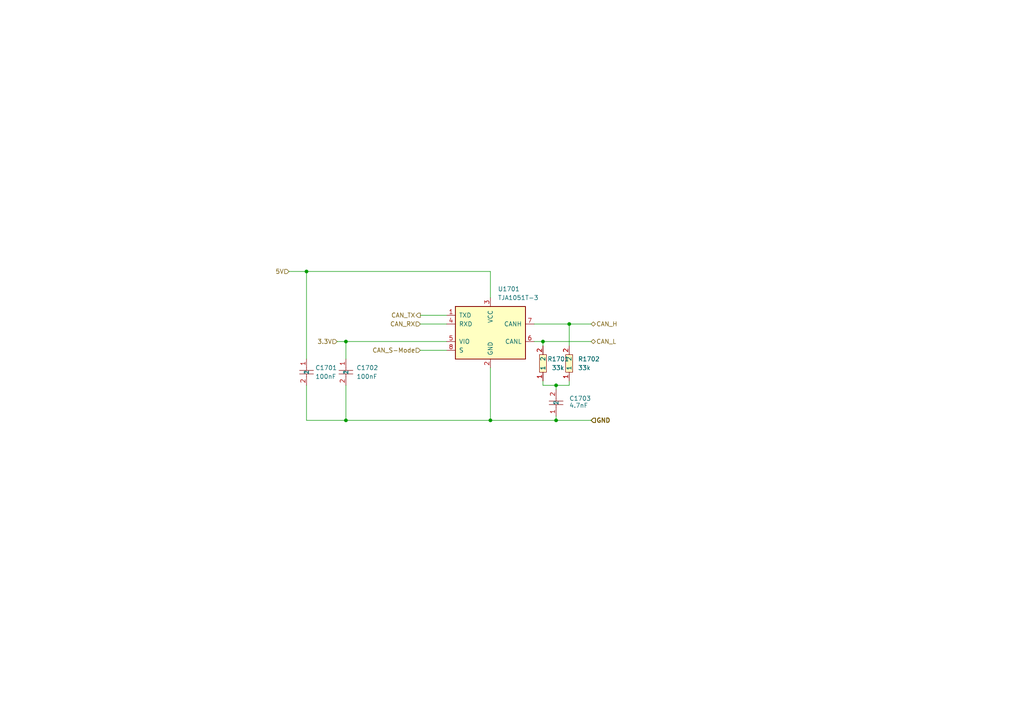
<source format=kicad_sch>
(kicad_sch (version 20250114) (generator "eeschema") (generator_version "9.0")
  (paper "A4")
  (title_block (title "E-Kart Option 1") (date "2025-04-01") (rev "1") (company "Leomax") (comment 1 "zentrale Steuer- und Kommunkationsplatine") (comment 2 "Bachelorarbiet") (comment 3 "Sebastian Hampl"))
  (lib_symbols
    (symbol "Interface_CAN_LIN:TJA1051T-3" (pin_names (offset 1.016))
      (property "Reference" "U" (at -10.16 8.89 0))
      (property "Value" "TJA1051T-3" (at 1.27 8.89 0))
      (symbol "TJA1051T-3_0_1"
        (rectangle (start -10.16 7.62) (end 10.16 -7.62) (stroke (width 0.254)) (fill (type background)))
      )
      (symbol "TJA1051T-3_1_1"
        (pin input line (at -12.7 5.08 0) (length 2.54) (name "TXD") (number "1"))
        (pin output line (at -12.7 2.54 0) (length 2.54) (name "RXD") (number "4"))
        (pin power_in line (at -12.7 -2.54 0) (length 2.54) (name "VIO") (number "5"))
        (pin input line (at -12.7 -5.08 0) (length 2.54) (name "S") (number "8"))
        (pin power_in line (at 0 10.16 270) (length 2.54) (name "VCC") (number "3"))
        (pin power_in line (at 0 -10.16 90) (length 2.54) (name "GND") (number "2"))
        (pin bidirectional line (at 12.7 2.54 180) (length 2.54) (name "CANH") (number "7"))
        (pin bidirectional line (at 12.7 -2.54 180) (length 2.54) (name "CANL") (number "6"))
      )
    )
    (symbol "easyeda2kicad:0603WAF3302T5E"
      (property "Reference" "R" (at 0 5.08 0))
      (property "Value" "0603WAF3302T5E" (at 0 -5.08 0))
      (symbol "0603WAF3302T5E_0_1"
        (rectangle (start -2.54 1.02) (end 2.54 -1.02) (fill (type background)))
        (pin input line (at -5.08 0 0) (length 2.54) (name "1") (number "1"))
        (pin input line (at 5.08 0 180) (length 2.54) (name "2") (number "2"))
      )
    )
    (symbol "easyeda2kicad:0805B472K500NT"
      (property "Reference" "C" (at 0 5.08 0))
      (property "Value" "0805B472K500NT" (at 0 -5.08 0))
      (symbol "0805B472K500NT_0_1"
        (polyline (pts (xy -1.27 0) (xy -0.51 0)))
        (polyline (pts (xy -0.51 2.03) (xy -0.51 -2.03)))
        (polyline (pts (xy 0.51 2.03) (xy 0.51 -2.03)))
        (polyline (pts (xy 0.51 0) (xy 1.27 0)))
        (pin input line (at -3.81 0 0) (length 2.54) (name "1") (number "1"))
        (pin input line (at 3.81 0 180) (length 2.54) (name "2") (number "2"))
      )
    )
    (symbol "easyeda2kicad:CL10B104KA8NNNC"
      (property "Reference" "C" (at 0 5.08 0))
      (property "Value" "CL10B104KA8NNNC" (at 0 -5.08 0))
      (symbol "CL10B104KA8NNNC_0_1"
        (polyline (pts (xy -1.27 0) (xy -0.51 0)))
        (polyline (pts (xy -0.51 2.03) (xy -0.51 -2.03)))
        (polyline (pts (xy 0.51 2.03) (xy 0.51 -2.03)))
        (polyline (pts (xy 0.51 0) (xy 1.27 0)))
        (pin input line (at -3.81 0 0) (length 2.54) (name "1") (number "1"))
        (pin input line (at 3.81 0 180) (length 2.54) (name "2") (number "2"))
      )
    )
  )
  (junction (at 161.29 121.92))
  (junction (at 88.9 78.74))
  (junction (at 165.1 93.98))
  (junction (at 100.33 121.92))
  (junction (at 161.29 111.76))
  (junction (at 142.24 121.92))
  (junction (at 100.33 99.06))
  (junction (at 157.48 99.06))
  (wire (pts (xy 157.48 100.33) (xy 157.48 99.06)))
  (wire (pts (xy 100.33 111.76) (xy 100.33 121.92)))
  (wire (pts (xy 157.48 111.76) (xy 157.48 110.49)))
  (wire (pts (xy 142.24 78.74) (xy 142.24 86.36)))
  (wire (pts (xy 161.29 121.92) (xy 171.45 121.92)))
  (wire (pts (xy 157.48 111.76) (xy 161.29 111.76)))
  (wire (pts (xy 165.1 93.98) (xy 165.1 100.33)))
  (wire (pts (xy 121.92 101.6) (xy 129.54 101.6)))
  (wire (pts (xy 100.33 99.06) (xy 129.54 99.06)))
  (wire (pts (xy 121.92 91.44) (xy 129.54 91.44)))
  (wire (pts (xy 161.29 113.03) (xy 161.29 111.76)))
  (wire (pts (xy 100.33 121.92) (xy 142.24 121.92)))
  (wire (pts (xy 88.9 121.92) (xy 100.33 121.92)))
  (wire (pts (xy 100.33 99.06) (xy 100.33 104.14)))
  (wire (pts (xy 157.48 99.06) (xy 171.45 99.06)))
  (wire (pts (xy 97.79 99.06) (xy 100.33 99.06)))
  (wire (pts (xy 165.1 93.98) (xy 171.45 93.98)))
  (wire (pts (xy 165.1 110.49) (xy 165.1 111.76)))
  (wire (pts (xy 165.1 111.76) (xy 161.29 111.76)))
  (wire (pts (xy 161.29 121.92) (xy 142.24 121.92)))
  (wire (pts (xy 83.82 78.74) (xy 88.9 78.74)))
  (wire (pts (xy 88.9 78.74) (xy 88.9 104.14)))
  (wire (pts (xy 121.92 93.98) (xy 129.54 93.98)))
  (wire (pts (xy 154.94 99.06) (xy 157.48 99.06)))
  (wire (pts (xy 161.29 121.92) (xy 161.29 120.65)))
  (wire (pts (xy 88.9 111.76) (xy 88.9 121.92)))
  (wire (pts (xy 154.94 93.98) (xy 165.1 93.98)))
  (wire (pts (xy 88.9 78.74) (xy 142.24 78.74)))
  (wire (pts (xy 142.24 106.68) (xy 142.24 121.92)))
  (hierarchical_label "CAN_RX" (shape input) (at 121.92 93.98 180))
  (hierarchical_label "GND" (shape input) (at 171.45 121.92 0) (effects (font (thickness 0.254) (bold yes))))
  (hierarchical_label "CAN_S-Mode" (shape input) (at 121.92 101.6 180))
  (hierarchical_label "CAN_TX" (shape output) (at 121.92 91.44 180))
  (hierarchical_label "3.3V" (shape input) (at 97.79 99.06 180))
  (hierarchical_label "CAN_L" (shape bidirectional) (at 171.45 99.06 0))
  (hierarchical_label "5V" (shape input) (at 83.82 78.74 180))
  (hierarchical_label "CAN_H" (shape bidirectional) (at 171.45 93.98 0))
  (symbol (lib_id "Interface_CAN_LIN:TJA1051T-3") (at 142.24 96.52 0) (unit 1)
    (property "Reference" "U301" (at 144.3833 83.82 0) (effects (justify left)))
    (property "Value" "TJA1051T-3" (at 144.3833 86.36 0) (effects (justify left)))
    (property "Footprint" "Package_SO:SOIC-8_3.9x4.9mm_P1.27mm" (effects (hide yes)))
    (property "Datasheet" "http://www.nxp.com/docs/en/data-sheet/TJA1051.pdf" (effects (hide yes)))
    (property "Description" "High-Speed CAN Transceiver, separate VIO, silent mode, SOIC-8" (effects (hide yes)))
    (instances (project "Option1" (path "" (reference "U1701") (unit 1)) (path "" (reference "U301") (unit 1))))
  )
  (symbol (lib_id "easyeda2kicad:0603WAF3302T5E") (at 157.48 105.41 90) (unit 1)
    (property "Reference" "R301" (at 158.75 104.14 90) (effects (justify right)))
    (property "Value" "33k" (at 160.02 106.6799 90) (effects (justify right)))
    (property "Footprint" "easyeda2kicad:R0603" (effects (hide yes)))
    (property "Datasheet" "https://lcsc.com/product-detail/Chip-Resistor-Surface-Mount-UniOhm_33KR-3302-1_C4216.html" (effects (hide yes)))
    (property "LCSC Part" "C4216" (effects (hide yes)))
    (instances (project "Option1" (path "" (reference "R1701") (unit 1)) (path "" (reference "R301") (unit 1))))
  )
  (symbol (lib_id "easyeda2kicad:CL10B104KA8NNNC") (at 88.9 107.95 270) (unit 1)
    (property "Reference" "C301" (at 91.44 106.68 90) (effects (justify left)))
    (property "Value" "100nF" (at 91.44 109.22 90) (effects (justify left)))
    (property "Footprint" "easyeda2kicad:C0603" (effects (hide yes)))
    (property "Datasheet" "https://lcsc.com/product-detail/Multilayer-Ceramic-Capacitors-MLCC-SMD-SMT_SAMSUNG_CL10B104KA8NNNC_100nF-104-10-25V_C1590.html" (effects (hide yes)))
    (property "LCSC Part" "C1590" (effects (hide yes)))
    (instances (project "Option1" (path "" (reference "C1701") (unit 1)) (path "" (reference "C301") (unit 1))))
  )
  (symbol (lib_id "easyeda2kicad:CL10B104KA8NNNC") (at 100.33 107.95 270) (unit 1)
    (property "Reference" "C302" (at 103.378 106.68 90) (effects (justify left)))
    (property "Value" "100nF" (at 103.378 109.22 90) (effects (justify left)))
    (property "Footprint" "easyeda2kicad:C0603" (effects (hide yes)))
    (property "Datasheet" "https://lcsc.com/product-detail/Multilayer-Ceramic-Capacitors-MLCC-SMD-SMT_SAMSUNG_CL10B104KA8NNNC_100nF-104-10-25V_C1590.html" (effects (hide yes)))
    (property "LCSC Part" "C1590" (effects (hide yes)))
    (instances (project "Option1" (path "" (reference "C1702") (unit 1)) (path "" (reference "C302") (unit 1))))
  )
  (symbol (lib_id "easyeda2kicad:0805B472K500NT") (at 161.29 116.84 90) (unit 1)
    (property "Reference" "C303" (at 165.1 115.5699 90) (effects (justify right)))
    (property "Value" "4.7nF" (at 165.1 117.602 90) (effects (justify right)))
    (property "Footprint" "easyeda2kicad:C0805" (effects (hide yes)))
    (property "Datasheet" "https://lcsc.com/product-detail/Multilayer-Ceramic-Capacitors-MLCC-SMD-SMT_4-7nF-472-10-50V_C1744.html" (effects (hide yes)))
    (property "LCSC Part" "C1744" (effects (hide yes)))
    (instances (project "Option1" (path "" (reference "C1703") (unit 1)) (path "" (reference "C303") (unit 1))))
  )
  (symbol (lib_id "easyeda2kicad:0603WAF3302T5E") (at 165.1 105.41 90) (unit 1)
    (property "Reference" "R302" (at 167.64 104.1399 90) (effects (justify right)))
    (property "Value" "33k" (at 167.64 106.6799 90) (effects (justify right)))
    (property "Footprint" "easyeda2kicad:R0603" (effects (hide yes)))
    (property "Datasheet" "https://lcsc.com/product-detail/Chip-Resistor-Surface-Mount-UniOhm_33KR-3302-1_C4216.html" (effects (hide yes)))
    (property "LCSC Part" "C4216" (effects (hide yes)))
    (instances (project "Option1" (path "" (reference "R1702") (unit 1)) (path "" (reference "R302") (unit 1))))
  )
)
</source>
